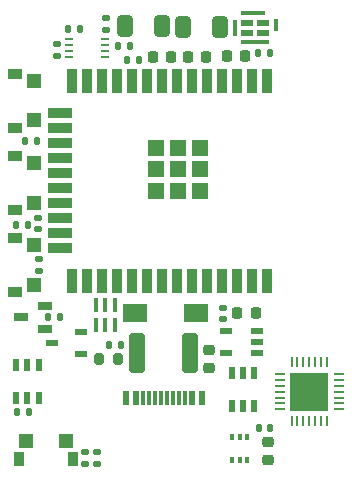
<source format=gbr>
%TF.GenerationSoftware,KiCad,Pcbnew,(6.0.9-0)*%
%TF.CreationDate,2022-11-18T22:27:02+01:00*%
%TF.ProjectId,GlowCoreMini PCB,476c6f77-436f-4726-954d-696e69205043,rev?*%
%TF.SameCoordinates,Original*%
%TF.FileFunction,Paste,Top*%
%TF.FilePolarity,Positive*%
%FSLAX46Y46*%
G04 Gerber Fmt 4.6, Leading zero omitted, Abs format (unit mm)*
G04 Created by KiCad (PCBNEW (6.0.9-0)) date 2022-11-18 22:27:02*
%MOMM*%
%LPD*%
G01*
G04 APERTURE LIST*
G04 Aperture macros list*
%AMRoundRect*
0 Rectangle with rounded corners*
0 $1 Rounding radius*
0 $2 $3 $4 $5 $6 $7 $8 $9 X,Y pos of 4 corners*
0 Add a 4 corners polygon primitive as box body*
4,1,4,$2,$3,$4,$5,$6,$7,$8,$9,$2,$3,0*
0 Add four circle primitives for the rounded corners*
1,1,$1+$1,$2,$3*
1,1,$1+$1,$4,$5*
1,1,$1+$1,$6,$7*
1,1,$1+$1,$8,$9*
0 Add four rect primitives between the rounded corners*
20,1,$1+$1,$2,$3,$4,$5,0*
20,1,$1+$1,$4,$5,$6,$7,0*
20,1,$1+$1,$6,$7,$8,$9,0*
20,1,$1+$1,$8,$9,$2,$3,0*%
G04 Aperture macros list end*
%ADD10R,0.400000X1.145009*%
%ADD11RoundRect,0.225000X0.250000X-0.225000X0.250000X0.225000X-0.250000X0.225000X-0.250000X-0.225000X0*%
%ADD12RoundRect,0.135000X0.135000X0.185000X-0.135000X0.185000X-0.135000X-0.185000X0.135000X-0.185000X0*%
%ADD13RoundRect,0.250000X0.400000X1.450000X-0.400000X1.450000X-0.400000X-1.450000X0.400000X-1.450000X0*%
%ADD14RoundRect,0.200000X0.200000X0.275000X-0.200000X0.275000X-0.200000X-0.275000X0.200000X-0.275000X0*%
%ADD15R,0.550013X1.000000*%
%ADD16R,1.250013X0.700000*%
%ADD17RoundRect,0.140000X-0.170000X0.140000X-0.170000X-0.140000X0.170000X-0.140000X0.170000X0.140000X0*%
%ADD18R,0.900000X0.280010*%
%ADD19R,0.280010X0.900000*%
%ADD20R,3.300000X3.300000*%
%ADD21RoundRect,0.225000X-0.225000X-0.250000X0.225000X-0.250000X0.225000X0.250000X-0.225000X0.250000X0*%
%ADD22R,2.046380X1.620015*%
%ADD23R,1.200000X0.900000*%
%ADD24R,1.300000X1.200000*%
%ADD25RoundRect,0.250000X-0.412500X-0.650000X0.412500X-0.650000X0.412500X0.650000X-0.412500X0.650000X0*%
%ADD26O,0.750013X0.250013*%
%ADD27RoundRect,0.135000X-0.185000X0.135000X-0.185000X-0.135000X0.185000X-0.135000X0.185000X0.135000X0*%
%ADD28R,1.050013X0.550013*%
%ADD29R,0.450013X1.400000*%
%ADD30R,2.400000X0.450013*%
%ADD31R,0.450013X1.000000*%
%ADD32R,2.000000X0.450013*%
%ADD33RoundRect,0.135000X-0.135000X-0.185000X0.135000X-0.185000X0.135000X0.185000X-0.135000X0.185000X0*%
%ADD34RoundRect,0.140000X0.140000X0.170000X-0.140000X0.170000X-0.140000X-0.170000X0.140000X-0.170000X0*%
%ADD35R,1.000000X0.600000*%
%ADD36R,1.070003X0.600000*%
%ADD37RoundRect,0.135000X0.185000X-0.135000X0.185000X0.135000X-0.185000X0.135000X-0.185000X-0.135000X0*%
%ADD38R,0.900000X1.200000*%
%ADD39R,1.200000X1.300000*%
%ADD40R,0.419990X0.600000*%
%ADD41R,0.900000X2.000000*%
%ADD42R,2.000000X0.900000*%
%ADD43R,1.330000X1.330000*%
%ADD44R,0.600000X1.300000*%
%ADD45R,0.300000X1.300000*%
%ADD46RoundRect,0.140000X-0.140000X-0.170000X0.140000X-0.170000X0.140000X0.170000X-0.140000X0.170000X0*%
%ADD47RoundRect,0.140000X0.170000X-0.140000X0.170000X0.140000X-0.170000X0.140000X-0.170000X-0.140000X0*%
G04 APERTURE END LIST*
D10*
%TO.C,U8*%
X90771470Y-76336400D03*
X91571572Y-76336400D03*
X92371674Y-76336400D03*
X92371674Y-74641200D03*
X91571572Y-74641200D03*
X90771470Y-74641200D03*
%TD*%
D11*
%TO.C,C14*%
X100406200Y-79997600D03*
X100406200Y-78447600D03*
%TD*%
D12*
%TO.C,R6*%
X85092000Y-83743800D03*
X84072000Y-83743800D03*
%TD*%
D13*
%TO.C,F1*%
X98745000Y-78740000D03*
X94295000Y-78740000D03*
%TD*%
D14*
%TO.C,R4*%
X92699950Y-79248600D03*
X91049950Y-79248600D03*
%TD*%
D15*
%TO.C,U9*%
X104188515Y-80413349D03*
X103238553Y-80413349D03*
X102288591Y-80413349D03*
X102288591Y-83213451D03*
X103238553Y-83213451D03*
X104188515Y-83213451D03*
%TD*%
D12*
%TO.C,R5*%
X87736750Y-75692600D03*
X86716750Y-75692600D03*
%TD*%
D16*
%TO.C,U5*%
X86476549Y-76660303D03*
X86476549Y-74760379D03*
X84476549Y-75710341D03*
%TD*%
D17*
%TO.C,C8*%
X101513848Y-74897587D03*
X101513848Y-75857587D03*
%TD*%
D18*
%TO.C,U12*%
X106361721Y-80490133D03*
X106361721Y-80990514D03*
X106361721Y-81490895D03*
X106361721Y-81991276D03*
X106361721Y-82491657D03*
X106361721Y-82992038D03*
X106361721Y-83492419D03*
D19*
X107360451Y-84491403D03*
X107860832Y-84491403D03*
X108361213Y-84491403D03*
X108861594Y-84491403D03*
X109361975Y-84491403D03*
X109862356Y-84491403D03*
X110362737Y-84491403D03*
D18*
X111361721Y-83492419D03*
X111361721Y-82992038D03*
X111361721Y-82491657D03*
X111361721Y-81991276D03*
X111361721Y-81490895D03*
X111361721Y-80990514D03*
X111361721Y-80490133D03*
D19*
X110362737Y-79491403D03*
X109862356Y-79491403D03*
X109361975Y-79491403D03*
X108861594Y-79491403D03*
X108361213Y-79491403D03*
X107860832Y-79491403D03*
X107360451Y-79491403D03*
D20*
X108861594Y-81991276D03*
%TD*%
D21*
%TO.C,C6*%
X102758448Y-75354787D03*
X104308448Y-75354787D03*
%TD*%
D22*
%TO.C,U7*%
X99237831Y-75361825D03*
X94107020Y-75361825D03*
%TD*%
D21*
%TO.C,C5*%
X101853400Y-53545855D03*
X103403400Y-53545855D03*
%TD*%
D23*
%TO.C,SW2*%
X83985932Y-59653775D03*
X83985932Y-55053825D03*
D24*
X85535843Y-59028679D03*
X85535843Y-55678667D03*
%TD*%
D25*
%TO.C,C7*%
X98183300Y-51155600D03*
X101308300Y-51155600D03*
%TD*%
D26*
%TO.C,U2*%
X91605780Y-53617663D03*
X91605780Y-53117536D03*
X91605780Y-52617663D03*
X91605780Y-52117536D03*
X88505958Y-52117536D03*
X88505958Y-52617663D03*
X88505958Y-53117536D03*
X88505958Y-53617663D03*
%TD*%
D25*
%TO.C,C9*%
X93230300Y-51003200D03*
X96355300Y-51003200D03*
%TD*%
D27*
%TO.C,R13*%
X85956750Y-70737600D03*
X85956750Y-71757600D03*
%TD*%
D23*
%TO.C,SW3*%
X83985932Y-73547575D03*
X83985932Y-68947625D03*
D24*
X85535843Y-72922479D03*
X85535843Y-69572467D03*
%TD*%
D12*
%TO.C,R14*%
X93702600Y-52730400D03*
X92682600Y-52730400D03*
%TD*%
D17*
%TO.C,C1*%
X91617800Y-50370800D03*
X91617800Y-51330800D03*
%TD*%
D28*
%TO.C,U3*%
X103617317Y-51615455D03*
X104967584Y-51615455D03*
X104967584Y-50765569D03*
X103617317Y-50765569D03*
D29*
X102567533Y-51190512D03*
D30*
X104292451Y-52415557D03*
D31*
X106017368Y-50971488D03*
D32*
X104092349Y-49965468D03*
%TD*%
D33*
%TO.C,R12*%
X93444600Y-53898800D03*
X94464600Y-53898800D03*
%TD*%
%TO.C,R9*%
X84783200Y-60731400D03*
X85803200Y-60731400D03*
%TD*%
%TO.C,R3*%
X91898350Y-78004000D03*
X92918350Y-78004000D03*
%TD*%
D34*
%TO.C,C4*%
X105509000Y-53289200D03*
X104549000Y-53289200D03*
%TD*%
D23*
%TO.C,SW4*%
X83985932Y-66600675D03*
X83985932Y-62000725D03*
D24*
X85535843Y-65975579D03*
X85535843Y-62625567D03*
%TD*%
D35*
%TO.C,U6*%
X104401852Y-78750711D03*
X104401852Y-77800749D03*
X104401852Y-76850787D03*
X101801648Y-76850787D03*
X101801648Y-78750711D03*
%TD*%
D36*
%TO.C,U11*%
X89525477Y-78800962D03*
X89525477Y-76901038D03*
X87055323Y-77851000D03*
%TD*%
D37*
%TO.C,R7*%
X89890600Y-88147200D03*
X89890600Y-87127200D03*
%TD*%
D12*
%TO.C,R15*%
X85041200Y-67919600D03*
X84021200Y-67919600D03*
%TD*%
D38*
%TO.C,SW1*%
X88851489Y-87692668D03*
X84251539Y-87692668D03*
D39*
X88226393Y-86142757D03*
X84876381Y-86142757D03*
%TD*%
D37*
%TO.C,R8*%
X90855800Y-88147200D03*
X90855800Y-87127200D03*
%TD*%
D11*
%TO.C,C10*%
X105333800Y-87770000D03*
X105333800Y-86220000D03*
%TD*%
D40*
%TO.C,U14*%
X102321613Y-87767162D03*
X102971600Y-87767162D03*
X103621587Y-87767162D03*
X103621587Y-85867238D03*
X102971600Y-85867238D03*
X102321613Y-85867238D03*
%TD*%
D41*
%TO.C,U1*%
X105250150Y-55653500D03*
X103980150Y-55653500D03*
X102710150Y-55653500D03*
X101440150Y-55653500D03*
X100170150Y-55653500D03*
X98900150Y-55653500D03*
X97630150Y-55653500D03*
X96360150Y-55653500D03*
X95090150Y-55653500D03*
X93820150Y-55653500D03*
X92550150Y-55653500D03*
X91280150Y-55653500D03*
X90010150Y-55653500D03*
X88740150Y-55653500D03*
D42*
X87740150Y-58438500D03*
X87740150Y-59708500D03*
X87740150Y-60978500D03*
X87740150Y-62248500D03*
X87740150Y-63518500D03*
X87740150Y-64788500D03*
X87740150Y-66058500D03*
X87740150Y-67328500D03*
X87740150Y-68598500D03*
X87740150Y-69868500D03*
D41*
X88740150Y-72653500D03*
X90010150Y-72653500D03*
X91280150Y-72653500D03*
X92550150Y-72653500D03*
X93820150Y-72653500D03*
X95090150Y-72653500D03*
X96360150Y-72653500D03*
X97630150Y-72653500D03*
X98900150Y-72653500D03*
X100170150Y-72653500D03*
X101440150Y-72653500D03*
X102710150Y-72653500D03*
X103980150Y-72653500D03*
X105250150Y-72653500D03*
D43*
X97750150Y-63153500D03*
X99585150Y-63153500D03*
X95915150Y-61318500D03*
X95915150Y-64988500D03*
X95915150Y-63153500D03*
X99585150Y-61318500D03*
X97750150Y-64988500D03*
X97750150Y-61318500D03*
X99585150Y-64988500D03*
%TD*%
D44*
%TO.C,USB1*%
X93348652Y-82539284D03*
X94148499Y-82539284D03*
D45*
X95298614Y-82539284D03*
X96298614Y-82539284D03*
X96798486Y-82539284D03*
X97798486Y-82539284D03*
D44*
X99748448Y-82539284D03*
X98948601Y-82539284D03*
D45*
X98298614Y-82539284D03*
X97298614Y-82539284D03*
X95798486Y-82539284D03*
X94798486Y-82539284D03*
%TD*%
D46*
%TO.C,C11*%
X104574400Y-85064600D03*
X105534400Y-85064600D03*
%TD*%
D21*
%TO.C,C12*%
X98589800Y-53669000D03*
X100139800Y-53669000D03*
%TD*%
D12*
%TO.C,R1*%
X89460800Y-51257200D03*
X88440800Y-51257200D03*
%TD*%
D47*
%TO.C,C13*%
X85931350Y-68247800D03*
X85931350Y-67287800D03*
%TD*%
D15*
%TO.C,U4*%
X85938260Y-79702149D03*
X84988298Y-79702149D03*
X84038336Y-79702149D03*
X84038336Y-82502251D03*
X84988298Y-82502251D03*
X85938260Y-82502251D03*
%TD*%
D47*
%TO.C,C2*%
X87528400Y-53540600D03*
X87528400Y-52580600D03*
%TD*%
D21*
%TO.C,C3*%
X95631000Y-53669000D03*
X97181000Y-53669000D03*
%TD*%
M02*

</source>
